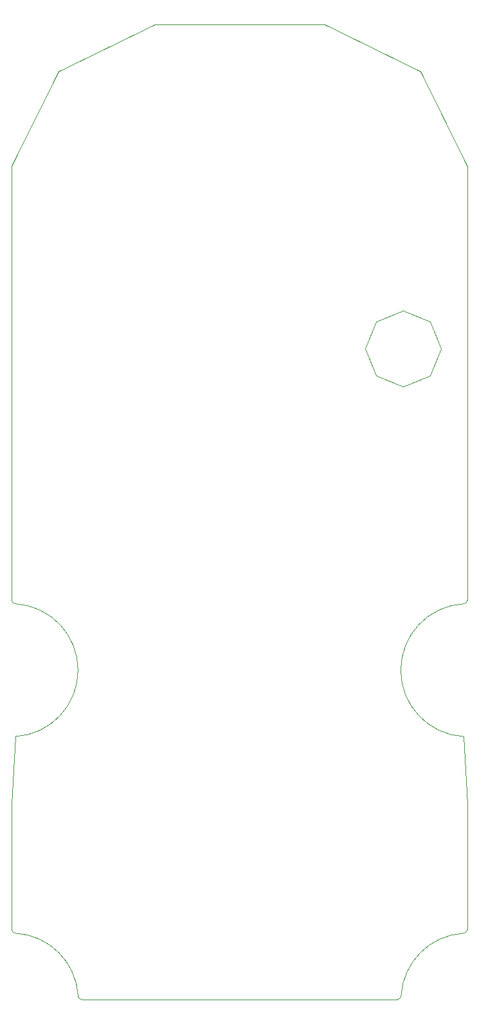
<source format=gbr>
%TF.GenerationSoftware,KiCad,Pcbnew,9.0.6*%
%TF.CreationDate,2026-01-10T23:27:57+00:00*%
%TF.ProjectId,P.P.B.T,502e502e-422e-4542-9e6b-696361645f70,rev?*%
%TF.SameCoordinates,Original*%
%TF.FileFunction,Profile,NP*%
%FSLAX46Y46*%
G04 Gerber Fmt 4.6, Leading zero omitted, Abs format (unit mm)*
G04 Created by KiCad (PCBNEW 9.0.6) date 2026-01-10 23:27:57*
%MOMM*%
%LPD*%
G01*
G04 APERTURE LIST*
%TA.AperFunction,Profile*%
%ADD10C,0.100000*%
%TD*%
%TA.AperFunction,Profile*%
%ADD11C,0.050000*%
%TD*%
%TA.AperFunction,Profile*%
%ADD12C,0.010000*%
%TD*%
G04 APERTURE END LIST*
D10*
X183290237Y-63013763D02*
X186825771Y-64478229D01*
D11*
X191735184Y-44099435D02*
X185548004Y-31530108D01*
X150605143Y-25342836D02*
X172978675Y-25342926D01*
D10*
X178290237Y-68013763D02*
X179754703Y-71549297D01*
D12*
X132232449Y-144965718D02*
G75*
G02*
X140496682Y-153229953I-472949J-8737182D01*
G01*
X191735186Y-101106426D02*
G75*
G02*
X191262215Y-101605750I-500086J26D01*
G01*
X132208159Y-101605718D02*
G75*
G02*
X132208159Y-119080142I-472969J-8737212D01*
G01*
X191735184Y-44099435D02*
X191735186Y-101106426D01*
D10*
X183290237Y-63013763D02*
X179754703Y-64478229D01*
D12*
X132232449Y-144965718D02*
G75*
G02*
X131759472Y-144471116I27051J499318D01*
G01*
D10*
X186825771Y-71549296D02*
X183290237Y-73013763D01*
X178290237Y-68013763D02*
X179754703Y-64478229D01*
D12*
X183022268Y-153229953D02*
G75*
G02*
X191286500Y-144965671I8737232J-472947D01*
G01*
D10*
X179754703Y-71549297D02*
X183290237Y-73013763D01*
X186825770Y-71549296D02*
X188290237Y-68013763D01*
X186825771Y-64478229D02*
X188290237Y-68013763D01*
D11*
X172978675Y-25342926D02*
X185548004Y-31530108D01*
D12*
X191262213Y-119080134D02*
G75*
G02*
X191262213Y-101605726I472977J8737204D01*
G01*
D11*
X132208159Y-119080133D02*
X131759476Y-127939426D01*
X131735104Y-44005996D02*
X137922356Y-31530081D01*
D12*
X191759476Y-127944221D02*
X191759476Y-144466426D01*
X131759476Y-127939426D02*
X131759476Y-144471116D01*
X132208159Y-101605718D02*
G75*
G02*
X131735173Y-101111116I27041J499318D01*
G01*
X131735104Y-44005996D02*
X131735186Y-101111116D01*
D11*
X137922350Y-31530081D02*
X150605143Y-25342836D01*
X191262213Y-119080133D02*
X191759476Y-127944221D01*
D12*
X182518286Y-153702926D02*
X140995976Y-153702926D01*
X191759476Y-144466426D02*
G75*
G02*
X191286504Y-144965741I-500076J26D01*
G01*
X183022268Y-153229953D02*
G75*
G02*
X182518286Y-153702878I-499268J27053D01*
G01*
X140995976Y-153702926D02*
G75*
G02*
X140496706Y-153229952I24J500026D01*
G01*
M02*

</source>
